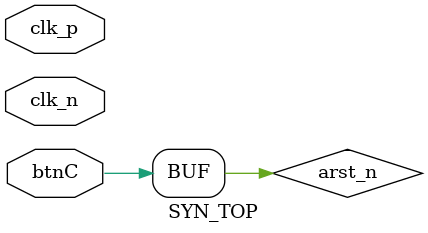
<source format=sv>
`timescale 1ns/10ps    //cycle

`define MAX2(v1, v2) ((v1) > (v2) ? (v1) : (v2))

module SYN_TOP(
	input clk_n, clk_p, btnC
);

parameter LEVEL = 4;
parameter TREE_NUM = 4;
parameter FIFO_SIZE = 8;
parameter PTW = 16;
parameter MTW = $clog2(TREE_NUM);
parameter CTW = 16;
parameter IDLECYCLE = 1024;
parameter ROM_SIZE = 16;
parameter MEM_INIT_FILE = "test_trace.mem";



parameter TREE_NUM_BITS = $clog2(TREE_NUM);
parameter ROM_WIDTH = $clog2(ROM_SIZE);
parameter IDLECYCLE_BITS   = $clog2(IDLECYCLE); // idle cycles
parameter TRACE_DATA_BITS = `MAX2(IDLECYCLE_BITS, (PTW+TREE_NUM_BITS+MTW+PTW)) + 2;



(*mark_debug = "true"*) reg push;
(*mark_debug = "true"*) reg pop;
(*mark_debug = "true"*) reg my_clk;
(*mark_debug = "true"*) reg [(MTW+PTW)-1:0] push_data;
(*mark_debug = "true"*) reg [TREE_NUM_BITS-1:0] push_tree_id;
(*mark_debug = "true"*) reg [PTW-1:0] push_priority;
(*mark_debug = "true"*) reg [TREE_NUM_BITS-1:0] pop_tree_id;
(*mark_debug = "true"*) wire [(MTW+PTW)-1:0] pop_data;
(*mark_debug = "true"*) wire task_fifo_full;
(*mark_debug = "true"*) wire [ROM_WIDTH-1:0] trace_addr;
(*mark_debug = "true"*) wire [TRACE_DATA_BITS-1:0] trace_data;
(*mark_debug = "true"*) wire read;
(*mark_debug = "true"*) wire finish;
(*mark_debug = "true"*) wire pop_out;
(*mark_debug = "true"*) wire arst_n;


assign arst_n = btnC;


//-----------------------------------------------------------------------------
// Instantiations
//-----------------------------------------------------------------------------



TASK_GENERATOR 
#(
   .PTW   (PTW),
   .MTW   (MTW),
   .CTW   (CTW),
   .LEVEL (LEVEL),
   .TREE_NUM (TREE_NUM),
   .FIFO_SIZE (FIFO_SIZE)
) u_TASK_GENERATOR (
   .i_clk       ( my_clk            ),
   .i_arst_n    ( arst_n          ),
   
   .i_push_tree_id   ( push_tree_id        ),
   .i_push_priority  ( push_priority        ),
   .i_push      ( push           ),
   .i_push_data ( push_data      ),
   
   .i_pop       ( pop            ),

   .o_pop_tree_id  ( pop_tree_id       ),
   .o_pop_data  ( pop_data       ),
   .o_pop_out  ( pop_out       ),
   .o_task_fifo_full (task_fifo_full)      
);



TRACE_READER
#(
    .PTW   (PTW),
    .MTW   (MTW),
    .TREE_NUM (TREE_NUM),
    .IDLECYCLE (IDLECYCLE),
    .ROM_SIZE (ROM_SIZE)
) u_TRACE_READER (
   .i_clk       ( my_clk ),
   .i_arst_n    ( arst_n ),

   .i_trace_data    ( trace_data ),
   
   .o_push      ( push ),
   .o_push_priority ( push_priority ),
   .o_push_tree_id ( push_tree_id ),
   .o_push_data ( push_data ),
   
   .o_pop       ( pop ),

   .o_read_addr  ( trace_addr ),
   .o_read  ( read ),
   .o_finish ( finish )
);



TRACE_ROM
#(
    .PTW   (PTW),
    .MTW   (MTW),
    .TREE_NUM (TREE_NUM),
    .IDLECYCLE (IDLECYCLE),
    .ROM_SIZE (ROM_SIZE),
    .MEM_INIT_FILE (MEM_INIT_FILE)
) u_TRACE_ROM (
   .i_clk       ( my_clk ),
   .i_arst_n    ( arst_n ),

   .i_read_en    ( read ),

   .i_addr  ( trace_addr ),

   .o_trace_data  ( trace_data )
);

clk_wiz_0 clk_wiz_0_clk(.clk_in1_n(clk_n), .clk_in1_p(clk_p), .clk_out1(my_clk));

//-----------------------------------------------------------------------------
// Clocks
//-----------------------------------------------------------------------------


//-----------------------------------------------------------------------------
// Initial
//-----------------------------------------------------------------------------  


//-----------------------------------------------------------------------------
// Functions and Tasks
//-----------------------------------------------------------------------------

//-----------------------------------------------------------------------------
// Sequential Logic
//-----------------------------------------------------------------------------

//-----------------------------------------------------------------------------
// Combinatorial Logic / Continuous Assignments
//-----------------------------------------------------------------------------

//-----------------------------------------------------------------------------
// Output Assignments
//-----------------------------------------------------------------------------  

endmodule

</source>
